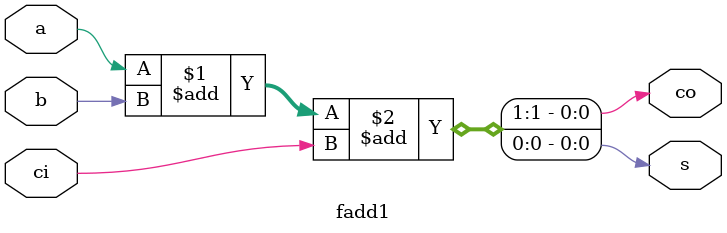
<source format=v>
`timescale 1ns / 1ps

module fadd1(
    input a,
    input b,
    input ci,
    output s,
    output co
    );
    
    assign {co,s} = a + b + ci;
    
endmodule


</source>
